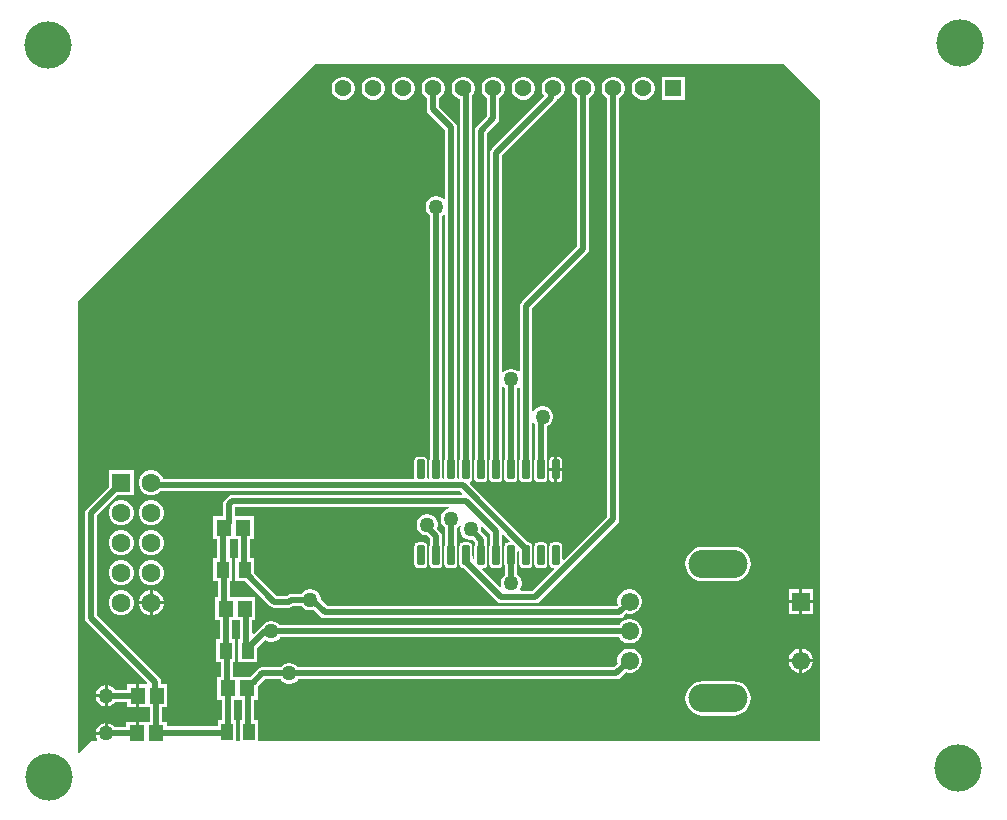
<source format=gtl>
G04*
G04 #@! TF.GenerationSoftware,Altium Limited,Altium Designer,23.3.1 (30)*
G04*
G04 Layer_Physical_Order=1*
G04 Layer_Color=255*
%FSLAX44Y44*%
%MOMM*%
G71*
G04*
G04 #@! TF.SameCoordinates,9D1C814F-3D62-4E25-A1EC-C7D894C9282A*
G04*
G04*
G04 #@! TF.FilePolarity,Positive*
G04*
G01*
G75*
%ADD17R,1.3046X1.4562*%
G04:AMPARAMS|DCode=19|XSize=2.4mm|YSize=5mm|CornerRadius=1.2mm|HoleSize=0mm|Usage=FLASHONLY|Rotation=270.000|XOffset=0mm|YOffset=0mm|HoleType=Round|Shape=RoundedRectangle|*
%AMROUNDEDRECTD19*
21,1,2.4000,2.6000,0,0,270.0*
21,1,0.0000,5.0000,0,0,270.0*
1,1,2.4000,-1.3000,0.0000*
1,1,2.4000,-1.3000,0.0000*
1,1,2.4000,1.3000,0.0000*
1,1,2.4000,1.3000,0.0000*
%
%ADD19ROUNDEDRECTD19*%
%ADD20C,1.5500*%
%ADD21R,1.5500X1.5500*%
%ADD28R,1.0500X1.4500*%
G04:AMPARAMS|DCode=29|XSize=0.6mm|YSize=1.65mm|CornerRadius=0.051mm|HoleSize=0mm|Usage=FLASHONLY|Rotation=0.000|XOffset=0mm|YOffset=0mm|HoleType=Round|Shape=RoundedRectangle|*
%AMROUNDEDRECTD29*
21,1,0.6000,1.5480,0,0,0.0*
21,1,0.4980,1.6500,0,0,0.0*
1,1,0.1020,0.2490,-0.7740*
1,1,0.1020,-0.2490,-0.7740*
1,1,0.1020,-0.2490,0.7740*
1,1,0.1020,0.2490,0.7740*
%
%ADD29ROUNDEDRECTD29*%
%ADD30C,0.5080*%
%ADD31C,1.4250*%
%ADD32R,1.4250X1.4250*%
%ADD33R,1.6000X1.6000*%
%ADD34C,1.6000*%
%ADD35C,4.0000*%
%ADD36C,1.2700*%
G36*
X362905Y502207D02*
Y296148D01*
X362722Y295874D01*
X362485Y294684D01*
Y279204D01*
X362440Y279149D01*
X362231D01*
X360984Y280400D01*
Y294684D01*
X360748Y295874D01*
X360672Y295987D01*
Y501933D01*
X361059Y502156D01*
X361635Y502733D01*
X362905Y502207D01*
D02*
G37*
G36*
X680720Y599440D02*
Y57150D01*
X205000D01*
Y74560D01*
X201574D01*
Y91779D01*
X204643D01*
Y103338D01*
X210438Y109133D01*
X223858D01*
X224026Y108841D01*
X225681Y107186D01*
X227709Y106016D01*
X229970Y105410D01*
X232310D01*
X234571Y106016D01*
X236599Y107186D01*
X238254Y108841D01*
X238422Y109133D01*
X508321D01*
X510303Y109527D01*
X511983Y110650D01*
X516466Y115133D01*
X518005Y114720D01*
X520715D01*
X523332Y115421D01*
X525678Y116776D01*
X527594Y118692D01*
X528949Y121038D01*
X529650Y123656D01*
Y126365D01*
X528949Y128982D01*
X527594Y131328D01*
X525678Y133244D01*
X523332Y134599D01*
X520715Y135300D01*
X518005D01*
X515388Y134599D01*
X513042Y133244D01*
X511126Y131328D01*
X509771Y128982D01*
X509070Y126365D01*
Y123656D01*
X509338Y122654D01*
X506176Y119492D01*
X238408D01*
X238254Y119759D01*
X236599Y121414D01*
X234571Y122584D01*
X232310Y123190D01*
X229970D01*
X227709Y122584D01*
X225681Y121414D01*
X224026Y119759D01*
X223872Y119492D01*
X208292D01*
X208292Y119492D01*
X206310Y119097D01*
X204630Y117975D01*
X204630Y117975D01*
X198076Y111421D01*
X183682D01*
Y123560D01*
X185230D01*
Y143140D01*
X182606D01*
Y159089D01*
X189504D01*
Y143140D01*
X188150D01*
Y123560D01*
X203730D01*
Y135815D01*
X210581Y142666D01*
X212469Y141576D01*
X214730Y140970D01*
X217070D01*
X219331Y141576D01*
X221359Y142746D01*
X223014Y144401D01*
X223261Y144830D01*
X510468D01*
X511126Y143692D01*
X513042Y141776D01*
X515388Y140421D01*
X518005Y139720D01*
X520715D01*
X523332Y140421D01*
X525678Y141776D01*
X527594Y143692D01*
X528949Y146038D01*
X529650Y148655D01*
Y151365D01*
X528949Y153982D01*
X527594Y156328D01*
X525678Y158244D01*
X523332Y159599D01*
X520715Y160300D01*
X518005D01*
X515388Y159599D01*
X513042Y158244D01*
X511126Y156328D01*
X510468Y155189D01*
X223088D01*
X223014Y155319D01*
X221359Y156974D01*
X219331Y158144D01*
X217070Y158750D01*
X214730D01*
X212469Y158144D01*
X210441Y156974D01*
X208786Y155319D01*
X208400Y154649D01*
X206938Y153672D01*
X201037Y147772D01*
X199863Y148258D01*
Y159089D01*
X202491D01*
Y178731D01*
X181336D01*
Y192140D01*
X182690D01*
Y211720D01*
X180701D01*
Y227669D01*
X187599D01*
Y211720D01*
X185610D01*
Y192140D01*
X193865D01*
X214658Y171348D01*
X216338Y170225D01*
X218320Y169830D01*
X231100D01*
X233082Y170225D01*
X234763Y171348D01*
X234765Y171350D01*
X241645D01*
X241806Y171071D01*
X243461Y169416D01*
X245489Y168246D01*
X247750Y167640D01*
X250090D01*
X252028Y168159D01*
X257479Y162708D01*
X259160Y161585D01*
X261142Y161190D01*
X510720D01*
X512702Y161585D01*
X514382Y162708D01*
X516735Y165060D01*
X518005Y164720D01*
X520715D01*
X523332Y165421D01*
X525678Y166776D01*
X527594Y168692D01*
X528949Y171038D01*
X529650Y173655D01*
Y176365D01*
X528949Y178982D01*
X527594Y181328D01*
X525678Y183244D01*
X523332Y184599D01*
X520715Y185300D01*
X518005D01*
X515388Y184599D01*
X513042Y183244D01*
X511126Y181328D01*
X509771Y178982D01*
X509070Y176365D01*
Y173655D01*
X509384Y172484D01*
X508573Y171549D01*
X263287D01*
X257810Y177027D01*
Y177700D01*
X257204Y179961D01*
X256034Y181989D01*
X254379Y183644D01*
X252351Y184814D01*
X250090Y185420D01*
X247750D01*
X245489Y184814D01*
X243461Y183644D01*
X241806Y181989D01*
X241645Y181709D01*
X232620D01*
X232620Y181709D01*
X230638Y181315D01*
X228958Y180193D01*
X228958Y180192D01*
X228955Y180190D01*
X220466D01*
X201190Y199465D01*
Y211720D01*
X197958D01*
Y227669D01*
X201221D01*
Y247311D01*
X185305D01*
Y255170D01*
X366591D01*
X366758Y253901D01*
X364869Y253394D01*
X362841Y252224D01*
X361186Y250569D01*
X360016Y248541D01*
X359410Y246280D01*
Y243940D01*
X360016Y241679D01*
X361186Y239651D01*
X362841Y237996D01*
X363013Y237897D01*
Y223810D01*
X362722Y223374D01*
X362485Y222184D01*
Y206704D01*
X362722Y205514D01*
X363396Y204505D01*
X364405Y203831D01*
X365595Y203594D01*
X370575D01*
X371765Y203831D01*
X372774Y204505D01*
X373448Y205514D01*
X373684Y206704D01*
Y222184D01*
X373448Y223374D01*
X373372Y223487D01*
Y237773D01*
X373759Y237996D01*
X375137Y239375D01*
X376275Y238717D01*
X375920Y237390D01*
Y235050D01*
X376526Y232789D01*
X377696Y230761D01*
X379351Y229106D01*
X381379Y227936D01*
X383640Y227330D01*
X385980D01*
X386292Y227413D01*
X388305Y225400D01*
Y223649D01*
X388122Y223374D01*
X387885Y222184D01*
Y212214D01*
X386615Y211535D01*
X386424Y211662D01*
Y213984D01*
X386384Y214184D01*
Y222184D01*
X386148Y223374D01*
X385474Y224383D01*
X384465Y225057D01*
X383275Y225294D01*
X378295D01*
X377105Y225057D01*
X376096Y224383D01*
X375422Y223374D01*
X375185Y222184D01*
Y206704D01*
X375422Y205514D01*
X376096Y204505D01*
X377105Y203831D01*
X378295Y203594D01*
X378874D01*
X407061Y175408D01*
X408741Y174285D01*
X410723Y173890D01*
X439746D01*
X441728Y174285D01*
X443408Y175408D01*
X509123Y241122D01*
X510245Y242802D01*
X510639Y244784D01*
X510639Y244784D01*
Y601430D01*
X511395Y601866D01*
X513194Y603666D01*
X514466Y605869D01*
X515125Y608328D01*
Y610872D01*
X514466Y613330D01*
X513194Y615535D01*
X511395Y617334D01*
X509190Y618606D01*
X506732Y619265D01*
X504188D01*
X501730Y618606D01*
X499525Y617334D01*
X497726Y615535D01*
X496454Y613330D01*
X495795Y610872D01*
Y608328D01*
X496454Y605869D01*
X497726Y603666D01*
X499525Y601866D01*
X500280Y601430D01*
Y246929D01*
X463758Y210407D01*
X462584Y210893D01*
Y222184D01*
X462348Y223374D01*
X461674Y224383D01*
X460665Y225057D01*
X459475Y225294D01*
X454495D01*
X453305Y225057D01*
X452296Y224383D01*
X451622Y223374D01*
X451385Y222184D01*
Y206704D01*
X451622Y205514D01*
X452296Y204505D01*
X453305Y203831D01*
X454495Y203594D01*
X455286D01*
X455772Y202421D01*
X437601Y184249D01*
X427109D01*
X426490Y185520D01*
X427384Y187069D01*
X427990Y189330D01*
Y191670D01*
X427384Y193931D01*
X426214Y195959D01*
X424559Y197614D01*
X424172Y197837D01*
Y205401D01*
X424248Y205514D01*
X424484Y206704D01*
Y216956D01*
X425754Y217635D01*
X425945Y217508D01*
Y214904D01*
X425945Y214902D01*
X425945Y214901D01*
X425985Y214700D01*
Y206704D01*
X426222Y205514D01*
X426896Y204505D01*
X427905Y203831D01*
X429095Y203594D01*
X434075D01*
X435265Y203831D01*
X436273Y204505D01*
X436948Y205514D01*
X437184Y206704D01*
Y222184D01*
X436948Y223374D01*
X436273Y224383D01*
X435265Y225057D01*
X434075Y225294D01*
X433777D01*
X384106Y274965D01*
X384463Y276322D01*
X384508Y276360D01*
X385474Y277005D01*
X386148Y278014D01*
X386384Y279204D01*
Y294684D01*
X386148Y295874D01*
X385964Y296148D01*
Y603436D01*
X386194Y603666D01*
X387466Y605869D01*
X388125Y608328D01*
Y610872D01*
X387466Y613330D01*
X386194Y615535D01*
X384394Y617334D01*
X382191Y618606D01*
X379732Y619265D01*
X377188D01*
X374729Y618606D01*
X372525Y617334D01*
X370726Y615535D01*
X369454Y613330D01*
X368795Y610872D01*
Y608328D01*
X369454Y605869D01*
X370726Y603666D01*
X372525Y601866D01*
X374729Y600594D01*
X375605Y600359D01*
Y296148D01*
X375422Y295874D01*
X375185Y294684D01*
Y279204D01*
X375140Y279149D01*
X374931D01*
X373684Y280400D01*
Y294684D01*
X373448Y295874D01*
X373264Y296148D01*
Y576795D01*
X373264Y576795D01*
X372870Y578778D01*
X371747Y580458D01*
X358240Y593965D01*
Y601430D01*
X358994Y601866D01*
X360794Y603666D01*
X362066Y605869D01*
X362725Y608328D01*
Y610872D01*
X362066Y613330D01*
X360794Y615535D01*
X358994Y617334D01*
X356791Y618606D01*
X354332Y619265D01*
X351788D01*
X349329Y618606D01*
X347126Y617334D01*
X345326Y615535D01*
X344054Y613330D01*
X343395Y610872D01*
Y608328D01*
X344054Y605869D01*
X345326Y603666D01*
X347126Y601866D01*
X347881Y601430D01*
Y591820D01*
X348275Y589838D01*
X349398Y588158D01*
X362905Y574650D01*
Y516333D01*
X361635Y515807D01*
X361059Y516384D01*
X359031Y517554D01*
X356770Y518160D01*
X354430D01*
X352169Y517554D01*
X350141Y516384D01*
X348486Y514729D01*
X347316Y512701D01*
X346710Y510440D01*
Y508100D01*
X347316Y505839D01*
X348486Y503811D01*
X350141Y502156D01*
X350313Y502057D01*
Y296310D01*
X350022Y295874D01*
X349785Y294684D01*
Y279204D01*
X349740Y279149D01*
X349532D01*
X348284Y280400D01*
Y294684D01*
X348048Y295874D01*
X347374Y296883D01*
X346365Y297557D01*
X345175Y297794D01*
X340195D01*
X339005Y297557D01*
X337996Y296883D01*
X337322Y295874D01*
X337085Y294684D01*
Y279204D01*
X336748Y278793D01*
X124353D01*
X124122Y279658D01*
X122734Y282062D01*
X120772Y284024D01*
X118368Y285412D01*
X115688Y286130D01*
X112912D01*
X110232Y285412D01*
X107828Y284024D01*
X105866Y282062D01*
X104478Y279658D01*
X103760Y276978D01*
Y274202D01*
X104478Y271522D01*
X105866Y269118D01*
X107828Y267156D01*
X110232Y265768D01*
X112912Y265050D01*
X115688D01*
X118368Y265768D01*
X120772Y267156D01*
X122050Y268434D01*
X375987D01*
X377718Y266703D01*
X377232Y265529D01*
X183101D01*
X181119Y265135D01*
X179438Y264013D01*
X176463Y261037D01*
X175340Y259356D01*
X174946Y257374D01*
Y247311D01*
X167079D01*
Y227669D01*
X170342D01*
Y211720D01*
X167110D01*
Y192140D01*
X170977D01*
Y178731D01*
X168349D01*
Y159089D01*
X172247D01*
Y143140D01*
X169650D01*
Y123560D01*
X173323D01*
Y111421D01*
X170501D01*
Y91779D01*
X173958D01*
Y74560D01*
X170920D01*
Y69314D01*
X127561D01*
Y73321D01*
X123871D01*
Y85429D01*
X127949D01*
Y105071D01*
X122794D01*
Y107175D01*
X122400Y109157D01*
X121277Y110838D01*
X68679Y163435D01*
Y248045D01*
X85685Y265050D01*
X99440D01*
Y286130D01*
X78360D01*
Y272375D01*
X59837Y253853D01*
X58715Y252172D01*
X58320Y250190D01*
Y161290D01*
X58715Y159308D01*
X59837Y157627D01*
X111221Y106244D01*
X110735Y105071D01*
X104140D01*
Y95250D01*
Y85429D01*
X113512D01*
Y73321D01*
X103752D01*
Y63500D01*
X101212D01*
Y73321D01*
X93419D01*
Y68679D01*
X83475D01*
X83314Y68959D01*
X81659Y70614D01*
X79631Y71784D01*
X77470Y72363D01*
Y63500D01*
X76200D01*
Y62230D01*
X67337D01*
X67916Y60069D01*
X68868Y58420D01*
X68320Y57150D01*
X63500D01*
X53243Y46893D01*
X52070Y47379D01*
Y429260D01*
X252730Y629920D01*
X650240D01*
X680720Y599440D01*
D02*
G37*
G36*
X401005Y232640D02*
Y223649D01*
X400822Y223374D01*
X400585Y222184D01*
Y206704D01*
X400822Y205514D01*
X401496Y204505D01*
X402505Y203831D01*
X403695Y203594D01*
X408675D01*
X409865Y203831D01*
X410873Y204505D01*
X411548Y205514D01*
X411784Y206704D01*
Y222184D01*
X411548Y223374D01*
X411364Y223649D01*
Y231398D01*
X412537Y231884D01*
X417954Y226467D01*
X417468Y225294D01*
X416395D01*
X415205Y225057D01*
X414196Y224383D01*
X413522Y223374D01*
X413285Y222184D01*
Y206704D01*
X413522Y205514D01*
X413813Y205078D01*
Y197713D01*
X413641Y197614D01*
X411986Y195959D01*
X410816Y193931D01*
X410210Y191670D01*
Y189330D01*
X410439Y188475D01*
X409300Y187818D01*
X394697Y202421D01*
X395183Y203594D01*
X395975D01*
X397165Y203831D01*
X398173Y204505D01*
X398848Y205514D01*
X399084Y206704D01*
Y222184D01*
X398848Y223374D01*
X398664Y223649D01*
Y227545D01*
X398270Y229527D01*
X397147Y231208D01*
X393617Y234738D01*
X393700Y235050D01*
Y237390D01*
X393422Y238427D01*
X394561Y239085D01*
X401005Y232640D01*
D02*
G37*
G36*
X191215Y74560D02*
X189420D01*
Y57150D01*
X186500D01*
Y74560D01*
X184317D01*
Y91779D01*
X191215D01*
Y74560D01*
D02*
G37*
%LPC*%
G36*
X565925Y619265D02*
X546595D01*
Y599935D01*
X565925D01*
Y619265D01*
D02*
G37*
G36*
X532132D02*
X529588D01*
X527130Y618606D01*
X524925Y617334D01*
X523126Y615535D01*
X521854Y613330D01*
X521195Y610872D01*
Y608328D01*
X521854Y605869D01*
X523126Y603666D01*
X524925Y601866D01*
X527130Y600594D01*
X529588Y599935D01*
X532132D01*
X534590Y600594D01*
X536795Y601866D01*
X538594Y603666D01*
X539866Y605869D01*
X540525Y608328D01*
Y610872D01*
X539866Y613330D01*
X538594Y615535D01*
X536795Y617334D01*
X534590Y618606D01*
X532132Y619265D01*
D02*
G37*
G36*
X430532D02*
X427988D01*
X425530Y618606D01*
X423326Y617334D01*
X421526Y615535D01*
X420254Y613330D01*
X419595Y610872D01*
Y608328D01*
X420254Y605869D01*
X421526Y603666D01*
X423326Y601866D01*
X425530Y600594D01*
X427988Y599935D01*
X430532D01*
X432990Y600594D01*
X435195Y601866D01*
X436994Y603666D01*
X438266Y605869D01*
X438925Y608328D01*
Y610872D01*
X438266Y613330D01*
X436994Y615535D01*
X435195Y617334D01*
X432990Y618606D01*
X430532Y619265D01*
D02*
G37*
G36*
X328932D02*
X326388D01*
X323929Y618606D01*
X321726Y617334D01*
X319926Y615535D01*
X318654Y613330D01*
X317995Y610872D01*
Y608328D01*
X318654Y605869D01*
X319926Y603666D01*
X321726Y601866D01*
X323929Y600594D01*
X326388Y599935D01*
X328932D01*
X331390Y600594D01*
X333595Y601866D01*
X335394Y603666D01*
X336666Y605869D01*
X337325Y608328D01*
Y610872D01*
X336666Y613330D01*
X335394Y615535D01*
X333595Y617334D01*
X331390Y618606D01*
X328932Y619265D01*
D02*
G37*
G36*
X303532D02*
X300988D01*
X298529Y618606D01*
X296325Y617334D01*
X294526Y615535D01*
X293254Y613330D01*
X292595Y610872D01*
Y608328D01*
X293254Y605869D01*
X294526Y603666D01*
X296325Y601866D01*
X298529Y600594D01*
X300988Y599935D01*
X303532D01*
X305991Y600594D01*
X308195Y601866D01*
X309994Y603666D01*
X311266Y605869D01*
X311925Y608328D01*
Y610872D01*
X311266Y613330D01*
X309994Y615535D01*
X308195Y617334D01*
X305991Y618606D01*
X303532Y619265D01*
D02*
G37*
G36*
X278132D02*
X275588D01*
X273130Y618606D01*
X270926Y617334D01*
X269126Y615535D01*
X267854Y613330D01*
X267195Y610872D01*
Y608328D01*
X267854Y605869D01*
X269126Y603666D01*
X270926Y601866D01*
X273130Y600594D01*
X275588Y599935D01*
X278132D01*
X280590Y600594D01*
X282794Y601866D01*
X284594Y603666D01*
X285866Y605869D01*
X286525Y608328D01*
Y610872D01*
X285866Y613330D01*
X284594Y615535D01*
X282794Y617334D01*
X280590Y618606D01*
X278132Y619265D01*
D02*
G37*
G36*
X481332D02*
X478788D01*
X476329Y618606D01*
X474126Y617334D01*
X472326Y615535D01*
X471054Y613330D01*
X470395Y610872D01*
Y608328D01*
X471054Y605869D01*
X472326Y603666D01*
X474126Y601866D01*
X474880Y601430D01*
Y476039D01*
X427922Y429081D01*
X426799Y427401D01*
X426405Y425419D01*
Y370283D01*
X425135Y369757D01*
X424559Y370334D01*
X422531Y371504D01*
X420270Y372110D01*
X417930D01*
X415669Y371504D01*
X413641Y370334D01*
X412634Y369327D01*
X411364Y369852D01*
Y552629D01*
X456568Y597833D01*
X457691Y599513D01*
X457878Y600456D01*
X458391Y600594D01*
X460594Y601866D01*
X462394Y603666D01*
X463666Y605869D01*
X464325Y608328D01*
Y610872D01*
X463666Y613330D01*
X462394Y615535D01*
X460594Y617334D01*
X458391Y618606D01*
X455932Y619265D01*
X453388D01*
X450929Y618606D01*
X448726Y617334D01*
X446926Y615535D01*
X445654Y613330D01*
X444995Y610872D01*
Y608328D01*
X445654Y605869D01*
X446926Y603666D01*
X447338Y603253D01*
X402522Y558437D01*
X401399Y556757D01*
X401005Y554775D01*
Y296148D01*
X400822Y295874D01*
X400585Y294684D01*
Y279204D01*
X400822Y278014D01*
X401496Y277005D01*
X402505Y276331D01*
X403695Y276094D01*
X408675D01*
X409865Y276331D01*
X410873Y277005D01*
X411548Y278014D01*
X411784Y279204D01*
Y294684D01*
X411548Y295874D01*
X411364Y296148D01*
Y356587D01*
X412634Y357113D01*
X413641Y356106D01*
X413813Y356007D01*
Y296310D01*
X413522Y295874D01*
X413285Y294684D01*
Y279204D01*
X413522Y278014D01*
X414196Y277005D01*
X415205Y276331D01*
X416395Y276094D01*
X421375D01*
X422565Y276331D01*
X423573Y277005D01*
X424248Y278014D01*
X424484Y279204D01*
Y294684D01*
X424248Y295874D01*
X424172Y295987D01*
Y355883D01*
X424559Y356106D01*
X425135Y356683D01*
X426405Y356157D01*
Y296148D01*
X426222Y295874D01*
X425985Y294684D01*
Y279204D01*
X426222Y278014D01*
X426896Y277005D01*
X427905Y276331D01*
X429095Y276094D01*
X434075D01*
X435265Y276331D01*
X436273Y277005D01*
X436948Y278014D01*
X437184Y279204D01*
Y294684D01*
X436948Y295874D01*
X436764Y296148D01*
Y326749D01*
X438034Y327089D01*
X438656Y326011D01*
X439105Y325563D01*
Y296148D01*
X438922Y295874D01*
X438685Y294684D01*
Y279204D01*
X438922Y278014D01*
X439596Y277005D01*
X440605Y276331D01*
X441795Y276094D01*
X446775D01*
X447965Y276331D01*
X448974Y277005D01*
X449648Y278014D01*
X449884Y279204D01*
Y294684D01*
X449648Y295874D01*
X449464Y296148D01*
Y323338D01*
X451229Y324356D01*
X452884Y326011D01*
X454054Y328039D01*
X454660Y330300D01*
Y332640D01*
X454054Y334901D01*
X452884Y336929D01*
X451229Y338584D01*
X449201Y339754D01*
X446940Y340360D01*
X444600D01*
X442339Y339754D01*
X440311Y338584D01*
X438656Y336929D01*
X438034Y335851D01*
X436764Y336191D01*
Y423273D01*
X483722Y470231D01*
X484845Y471912D01*
X485239Y473894D01*
Y601430D01*
X485994Y601866D01*
X487794Y603666D01*
X489066Y605869D01*
X489725Y608328D01*
Y610872D01*
X489066Y613330D01*
X487794Y615535D01*
X485994Y617334D01*
X483791Y618606D01*
X481332Y619265D01*
D02*
G37*
G36*
X459475Y297794D02*
X458255D01*
Y288214D01*
X462584D01*
Y294684D01*
X462348Y295874D01*
X461674Y296883D01*
X460665Y297557D01*
X459475Y297794D01*
D02*
G37*
G36*
X455715D02*
X454495D01*
X453305Y297557D01*
X452296Y296883D01*
X451622Y295874D01*
X451385Y294684D01*
Y288214D01*
X455715D01*
Y297794D01*
D02*
G37*
G36*
X462584Y285674D02*
X458255D01*
Y276094D01*
X459475D01*
X460665Y276331D01*
X461674Y277005D01*
X462348Y278014D01*
X462584Y279204D01*
Y285674D01*
D02*
G37*
G36*
X455715D02*
X451385D01*
Y279204D01*
X451622Y278014D01*
X452296Y277005D01*
X453305Y276331D01*
X454495Y276094D01*
X455715D01*
Y285674D01*
D02*
G37*
G36*
X405132Y619265D02*
X402588D01*
X400130Y618606D01*
X397925Y617334D01*
X396126Y615535D01*
X394854Y613330D01*
X394195Y610872D01*
Y608328D01*
X394854Y605869D01*
X396126Y603666D01*
X397925Y601866D01*
X398680Y601430D01*
Y586345D01*
X389822Y577487D01*
X388699Y575807D01*
X388305Y573825D01*
Y296148D01*
X388122Y295874D01*
X387885Y294684D01*
Y279204D01*
X388122Y278014D01*
X388796Y277005D01*
X389805Y276331D01*
X390995Y276094D01*
X395975D01*
X397165Y276331D01*
X398173Y277005D01*
X398848Y278014D01*
X399084Y279204D01*
Y294684D01*
X398848Y295874D01*
X398664Y296148D01*
Y571679D01*
X407523Y580537D01*
X408645Y582218D01*
X409039Y584200D01*
Y601430D01*
X409795Y601866D01*
X411594Y603666D01*
X412866Y605869D01*
X413525Y608328D01*
Y610872D01*
X412866Y613330D01*
X411594Y615535D01*
X409795Y617334D01*
X407590Y618606D01*
X405132Y619265D01*
D02*
G37*
G36*
X115688Y260730D02*
X112912D01*
X110232Y260012D01*
X107828Y258624D01*
X105866Y256662D01*
X104478Y254258D01*
X103760Y251578D01*
Y248802D01*
X104478Y246122D01*
X105866Y243718D01*
X107828Y241756D01*
X110232Y240368D01*
X112912Y239650D01*
X115688D01*
X118368Y240368D01*
X120772Y241756D01*
X122734Y243718D01*
X124122Y246122D01*
X124840Y248802D01*
Y251578D01*
X124122Y254258D01*
X122734Y256662D01*
X120772Y258624D01*
X118368Y260012D01*
X115688Y260730D01*
D02*
G37*
G36*
X90288D02*
X87512D01*
X84832Y260012D01*
X82428Y258624D01*
X80466Y256662D01*
X79078Y254258D01*
X78360Y251578D01*
Y248802D01*
X79078Y246122D01*
X80466Y243718D01*
X82428Y241756D01*
X84832Y240368D01*
X87512Y239650D01*
X90288D01*
X92968Y240368D01*
X95372Y241756D01*
X97334Y243718D01*
X98722Y246122D01*
X99440Y248802D01*
Y251578D01*
X98722Y254258D01*
X97334Y256662D01*
X95372Y258624D01*
X92968Y260012D01*
X90288Y260730D01*
D02*
G37*
G36*
X115688Y235330D02*
X112912D01*
X110232Y234612D01*
X107828Y233224D01*
X105866Y231262D01*
X104478Y228858D01*
X103760Y226178D01*
Y223402D01*
X104478Y220722D01*
X105866Y218318D01*
X107828Y216356D01*
X110232Y214968D01*
X112912Y214250D01*
X115688D01*
X118368Y214968D01*
X120772Y216356D01*
X122734Y218318D01*
X124122Y220722D01*
X124840Y223402D01*
Y226178D01*
X124122Y228858D01*
X122734Y231262D01*
X120772Y233224D01*
X118368Y234612D01*
X115688Y235330D01*
D02*
G37*
G36*
X90288D02*
X87512D01*
X84832Y234612D01*
X82428Y233224D01*
X80466Y231262D01*
X79078Y228858D01*
X78360Y226178D01*
Y223402D01*
X79078Y220722D01*
X80466Y218318D01*
X82428Y216356D01*
X84832Y214968D01*
X87512Y214250D01*
X90288D01*
X92968Y214968D01*
X95372Y216356D01*
X97334Y218318D01*
X98722Y220722D01*
X99440Y223402D01*
Y226178D01*
X98722Y228858D01*
X97334Y231262D01*
X95372Y233224D01*
X92968Y234612D01*
X90288Y235330D01*
D02*
G37*
G36*
X446775Y225294D02*
X441795D01*
X440605Y225057D01*
X439596Y224383D01*
X438922Y223374D01*
X438685Y222184D01*
Y206704D01*
X438922Y205514D01*
X439596Y204505D01*
X440605Y203831D01*
X441795Y203594D01*
X446775D01*
X447965Y203831D01*
X448974Y204505D01*
X449648Y205514D01*
X449884Y206704D01*
Y222184D01*
X449648Y223374D01*
X448974Y224383D01*
X447965Y225057D01*
X446775Y225294D01*
D02*
G37*
G36*
X349150Y248920D02*
X346810D01*
X344549Y248314D01*
X342521Y247144D01*
X340866Y245489D01*
X339696Y243461D01*
X339090Y241200D01*
Y238860D01*
X339696Y236599D01*
X340866Y234571D01*
X342521Y232916D01*
X344549Y231746D01*
X346810Y231140D01*
X347483D01*
X350205Y228418D01*
Y223649D01*
X350022Y223374D01*
X349785Y222184D01*
Y206704D01*
X350022Y205514D01*
X350696Y204505D01*
X351705Y203831D01*
X352895Y203594D01*
X357875D01*
X359065Y203831D01*
X360074Y204505D01*
X360748Y205514D01*
X360984Y206704D01*
Y222184D01*
X360748Y223374D01*
X360564Y223649D01*
Y230563D01*
X360564Y230563D01*
X360170Y232546D01*
X359047Y234226D01*
X359047Y234226D01*
X356351Y236922D01*
X356870Y238860D01*
Y241200D01*
X356264Y243461D01*
X355094Y245489D01*
X353439Y247144D01*
X351411Y248314D01*
X349150Y248920D01*
D02*
G37*
G36*
X345175Y225294D02*
X340195D01*
X339005Y225057D01*
X337996Y224383D01*
X337322Y223374D01*
X337085Y222184D01*
Y206704D01*
X337322Y205514D01*
X337996Y204505D01*
X339005Y203831D01*
X340195Y203594D01*
X345175D01*
X346365Y203831D01*
X347374Y204505D01*
X348048Y205514D01*
X348284Y206704D01*
Y222184D01*
X348048Y223374D01*
X347374Y224383D01*
X346365Y225057D01*
X345175Y225294D01*
D02*
G37*
G36*
X607360Y221675D02*
X581360D01*
X577564Y221176D01*
X574027Y219711D01*
X570990Y217380D01*
X568659Y214343D01*
X567194Y210806D01*
X566694Y207010D01*
X567194Y203214D01*
X568659Y199677D01*
X570990Y196640D01*
X574027Y194309D01*
X577564Y192844D01*
X581360Y192344D01*
X607360D01*
X611156Y192844D01*
X614693Y194309D01*
X617730Y196640D01*
X620061Y199677D01*
X621526Y203214D01*
X622025Y207010D01*
X621526Y210806D01*
X620061Y214343D01*
X617730Y217380D01*
X614693Y219711D01*
X611156Y221176D01*
X607360Y221675D01*
D02*
G37*
G36*
X115688Y209930D02*
X112912D01*
X110232Y209212D01*
X107828Y207824D01*
X105866Y205862D01*
X104478Y203458D01*
X103760Y200778D01*
Y198002D01*
X104478Y195322D01*
X105866Y192918D01*
X107828Y190956D01*
X110232Y189568D01*
X112912Y188850D01*
X115688D01*
X118368Y189568D01*
X120772Y190956D01*
X122734Y192918D01*
X124122Y195322D01*
X124840Y198002D01*
Y200778D01*
X124122Y203458D01*
X122734Y205862D01*
X120772Y207824D01*
X118368Y209212D01*
X115688Y209930D01*
D02*
G37*
G36*
X90288D02*
X87512D01*
X84832Y209212D01*
X82428Y207824D01*
X80466Y205862D01*
X79078Y203458D01*
X78360Y200778D01*
Y198002D01*
X79078Y195322D01*
X80466Y192918D01*
X82428Y190956D01*
X84832Y189568D01*
X87512Y188850D01*
X90288D01*
X92968Y189568D01*
X95372Y190956D01*
X97334Y192918D01*
X98722Y195322D01*
X99440Y198002D01*
Y200778D01*
X98722Y203458D01*
X97334Y205862D01*
X95372Y207824D01*
X92968Y209212D01*
X90288Y209930D01*
D02*
G37*
G36*
X674650Y185300D02*
X665630D01*
Y176280D01*
X674650D01*
Y185300D01*
D02*
G37*
G36*
X663090D02*
X654070D01*
Y176280D01*
X663090D01*
Y185300D01*
D02*
G37*
G36*
X115688Y184530D02*
X115570D01*
Y175260D01*
X124840D01*
Y175378D01*
X124122Y178058D01*
X122734Y180462D01*
X120772Y182424D01*
X118368Y183812D01*
X115688Y184530D01*
D02*
G37*
G36*
X113030D02*
X112912D01*
X110232Y183812D01*
X107828Y182424D01*
X105866Y180462D01*
X104478Y178058D01*
X103760Y175378D01*
Y175260D01*
X113030D01*
Y184530D01*
D02*
G37*
G36*
X674650Y173740D02*
X665630D01*
Y164720D01*
X674650D01*
Y173740D01*
D02*
G37*
G36*
X663090D02*
X654070D01*
Y164720D01*
X663090D01*
Y173740D01*
D02*
G37*
G36*
X124840Y172720D02*
X115570D01*
Y163450D01*
X115688D01*
X118368Y164168D01*
X120772Y165556D01*
X122734Y167518D01*
X124122Y169922D01*
X124840Y172602D01*
Y172720D01*
D02*
G37*
G36*
X113030D02*
X103760D01*
Y172602D01*
X104478Y169922D01*
X105866Y167518D01*
X107828Y165556D01*
X110232Y164168D01*
X112912Y163450D01*
X113030D01*
Y172720D01*
D02*
G37*
G36*
X90288Y184530D02*
X87512D01*
X84832Y183812D01*
X82428Y182424D01*
X80466Y180462D01*
X79078Y178058D01*
X78360Y175378D01*
Y172602D01*
X79078Y169922D01*
X80466Y167518D01*
X82428Y165556D01*
X84832Y164168D01*
X87512Y163450D01*
X90288D01*
X92968Y164168D01*
X95372Y165556D01*
X97334Y167518D01*
X98722Y169922D01*
X99440Y172602D01*
Y175378D01*
X98722Y178058D01*
X97334Y180462D01*
X95372Y182424D01*
X92968Y183812D01*
X90288Y184530D01*
D02*
G37*
G36*
X665715Y135300D02*
X665630D01*
Y126280D01*
X674650D01*
Y126365D01*
X673949Y128982D01*
X672594Y131328D01*
X670678Y133244D01*
X668332Y134599D01*
X665715Y135300D01*
D02*
G37*
G36*
X663090D02*
X663005D01*
X660388Y134599D01*
X658042Y133244D01*
X656126Y131328D01*
X654771Y128982D01*
X654070Y126365D01*
Y126280D01*
X663090D01*
Y135300D01*
D02*
G37*
G36*
X674650Y123740D02*
X665630D01*
Y114720D01*
X665715D01*
X668332Y115421D01*
X670678Y116776D01*
X672594Y118692D01*
X673949Y121038D01*
X674650Y123656D01*
Y123740D01*
D02*
G37*
G36*
X663090D02*
X654070D01*
Y123656D01*
X654771Y121038D01*
X656126Y118692D01*
X658042Y116776D01*
X660388Y115421D01*
X663005Y114720D01*
X663090D01*
Y123740D01*
D02*
G37*
G36*
X101600Y105071D02*
X93807D01*
Y100429D01*
X83475D01*
X83314Y100709D01*
X81659Y102364D01*
X79631Y103534D01*
X77470Y104113D01*
Y95250D01*
Y86387D01*
X79631Y86966D01*
X81659Y88136D01*
X83314Y89791D01*
X83475Y90070D01*
X93807D01*
Y85429D01*
X101600D01*
Y95250D01*
Y105071D01*
D02*
G37*
G36*
X74930Y104113D02*
X72769Y103534D01*
X70741Y102364D01*
X69086Y100709D01*
X67916Y98681D01*
X67337Y96520D01*
X74930D01*
Y104113D01*
D02*
G37*
G36*
Y93980D02*
X67337D01*
X67916Y91819D01*
X69086Y89791D01*
X70741Y88136D01*
X72769Y86966D01*
X74930Y86387D01*
Y93980D01*
D02*
G37*
G36*
X607360Y107676D02*
X581360D01*
X577564Y107176D01*
X574027Y105711D01*
X570990Y103380D01*
X568659Y100343D01*
X567194Y96806D01*
X566694Y93010D01*
X567194Y89214D01*
X568659Y85677D01*
X570990Y82640D01*
X574027Y80309D01*
X577564Y78844D01*
X581360Y78345D01*
X607360D01*
X611156Y78844D01*
X614693Y80309D01*
X617730Y82640D01*
X620061Y85677D01*
X621526Y89214D01*
X622025Y93010D01*
X621526Y96806D01*
X620061Y100343D01*
X617730Y103380D01*
X614693Y105711D01*
X611156Y107176D01*
X607360Y107676D01*
D02*
G37*
G36*
X74930Y72363D02*
X72769Y71784D01*
X70741Y70614D01*
X69086Y68959D01*
X67916Y66931D01*
X67337Y64770D01*
X74930D01*
Y72363D01*
D02*
G37*
%LPD*%
D17*
X179564Y101600D02*
D03*
X195580D02*
D03*
X177412Y168910D02*
D03*
X193428D02*
D03*
X176142Y237490D02*
D03*
X192158D02*
D03*
X102870Y95250D02*
D03*
X118886D02*
D03*
X118498Y63500D02*
D03*
X102482D02*
D03*
D19*
X594360Y93010D02*
D03*
Y207010D02*
D03*
D20*
X519360Y125010D02*
D03*
Y150010D02*
D03*
Y175010D02*
D03*
X664360Y125010D02*
D03*
D21*
Y175010D02*
D03*
D28*
X197210Y64770D02*
D03*
X178710D02*
D03*
X195940Y133350D02*
D03*
X177440D02*
D03*
X193400Y201930D02*
D03*
X174900D02*
D03*
D29*
X456985Y286944D02*
D03*
X444285D02*
D03*
X431585D02*
D03*
X418885D02*
D03*
X406185D02*
D03*
X393485D02*
D03*
X380785D02*
D03*
X368085D02*
D03*
X355385D02*
D03*
X342685D02*
D03*
X456985Y214444D02*
D03*
X444285D02*
D03*
X431585D02*
D03*
X418885D02*
D03*
X406185D02*
D03*
X393485D02*
D03*
X380785D02*
D03*
X368085D02*
D03*
X355385D02*
D03*
X342685D02*
D03*
D30*
X245400Y176530D02*
X246920Y175010D01*
X232620Y176530D02*
X245400D01*
X218320Y175010D02*
X231100D01*
X232620Y176530D01*
X246920Y175010D02*
X248920D01*
X248982Y175072D01*
X76200Y95250D02*
X102870D01*
X76200Y63500D02*
X102482D01*
X444285Y327923D02*
X445770Y329408D01*
Y331470D01*
X444285Y286944D02*
Y327923D01*
X355385Y286944D02*
X355492Y287052D01*
Y509162D02*
X355600Y509270D01*
X355492Y287052D02*
Y509162D01*
X384810Y236220D02*
X393485Y227545D01*
Y214444D02*
Y227545D01*
X505460Y244784D02*
Y609600D01*
X439746Y179070D02*
X505460Y244784D01*
X418992Y287052D02*
Y363112D01*
X419100Y363220D01*
X418885Y286944D02*
X418992Y287052D01*
X406185Y286944D02*
Y554775D01*
X452905Y601495D01*
X393485Y286944D02*
Y573825D01*
X403860Y584200D01*
X378460Y607119D02*
X380785Y604794D01*
Y286944D02*
Y604794D01*
X378460Y607119D02*
Y609600D01*
X261142Y166370D02*
X510720D01*
X519360Y175010D01*
X252440Y175072D02*
X261142Y166370D01*
X381245Y208549D02*
X410723Y179070D01*
X439746D01*
X380785Y214444D02*
X381245Y213984D01*
Y208549D02*
Y213984D01*
X248982Y175072D02*
X252440D01*
X215900Y150010D02*
X519360D01*
X480060Y473894D02*
Y609600D01*
X431585Y425419D02*
X480060Y473894D01*
X431585Y286944D02*
Y425419D01*
X452905Y607845D02*
X454660Y609600D01*
X452905Y601495D02*
Y607845D01*
X368085Y286944D02*
Y576795D01*
X353060Y591820D02*
X368085Y576795D01*
X347980Y237968D02*
X355385Y230563D01*
Y214444D02*
Y230563D01*
X347980Y237968D02*
Y240030D01*
X368192Y214552D02*
Y245002D01*
X368085Y214444D02*
X368192Y214552D01*
Y245002D02*
X368300Y245110D01*
X353060Y591820D02*
Y609600D01*
X403860Y584200D02*
Y609498D01*
X378132Y273614D02*
X431124Y220622D01*
X406185Y214444D02*
Y234786D01*
X116276Y273614D02*
X378132D01*
X183101Y260350D02*
X380620D01*
X180125Y257374D02*
X183101Y260350D01*
X175521Y236869D02*
X180125Y241473D01*
X380620Y260350D02*
X406185Y234786D01*
X180125Y241473D02*
Y257374D01*
X431124Y214904D02*
Y220622D01*
Y214904D02*
X431585Y214444D01*
X208292Y114312D02*
X508321D01*
X114300Y275590D02*
X116276Y273614D01*
X418992Y190608D02*
Y214336D01*
Y190608D02*
X419100Y190500D01*
X418885Y214444D02*
X418992Y214336D01*
X63500Y161290D02*
Y250190D01*
Y161290D02*
X117615Y107175D01*
Y96521D02*
X118886Y95250D01*
X117615Y96521D02*
Y107175D01*
X63500Y250190D02*
X88900Y275590D01*
X118692Y95056D02*
X118886Y95250D01*
X192779Y202551D02*
Y236869D01*
Y202551D02*
X193400Y201930D01*
X192158Y237490D02*
X192779Y236869D01*
X195580Y101600D02*
X196395Y100785D01*
Y65585D02*
Y100785D01*
Y65585D02*
X197210Y64770D01*
X194684Y134606D02*
Y167654D01*
Y134606D02*
X195940Y133350D01*
X193428Y168910D02*
X194684Y167654D01*
X177412Y168910D02*
X177426Y168896D01*
Y133364D02*
Y168896D01*
Y133364D02*
X177440Y133350D01*
X178502Y132288D01*
X176156Y170166D02*
X177412Y168910D01*
X193400Y199930D02*
X218320Y175010D01*
X195940Y135350D02*
X210600Y150010D01*
X193400Y199930D02*
Y201930D01*
X195580Y102358D02*
X199563Y106341D01*
X195580Y101600D02*
Y102358D01*
X199563Y106341D02*
X200321D01*
X208292Y114312D01*
X519019Y125010D02*
X519360D01*
X508321Y114312D02*
X519019Y125010D01*
X175521Y202551D02*
Y236869D01*
X174900Y201930D02*
X175521Y202551D01*
X176156Y170166D02*
Y200674D01*
X174900Y201930D02*
X176156Y200674D01*
X178502Y102662D02*
X179564Y101600D01*
X178502Y102662D02*
Y132288D01*
X179137Y65197D02*
Y101173D01*
X179564Y101600D01*
X178710Y64770D02*
X179137Y65197D01*
X118692Y63694D02*
X119133Y64135D01*
X118498Y63500D02*
X118692Y63694D01*
X178075Y64135D02*
X178710Y64770D01*
X119133Y64135D02*
X178075D01*
X118692Y63694D02*
Y95056D01*
D31*
X327660Y609600D02*
D03*
X353060D02*
D03*
X378460D02*
D03*
X302260D02*
D03*
X403860D02*
D03*
X429260D02*
D03*
X480060D02*
D03*
X454660D02*
D03*
X530860D02*
D03*
X505460D02*
D03*
X276860D02*
D03*
D32*
X556260D02*
D03*
D33*
X88900Y275590D02*
D03*
D34*
X114300D02*
D03*
X88900Y250190D02*
D03*
X114300D02*
D03*
X88900Y224790D02*
D03*
X114300D02*
D03*
X88900Y199390D02*
D03*
Y173990D02*
D03*
X114300Y199390D02*
D03*
Y173990D02*
D03*
D35*
X26670Y646430D02*
D03*
X798830Y647700D02*
D03*
X27940Y26670D02*
D03*
X797560Y34290D02*
D03*
D36*
X76200Y95250D02*
D03*
Y63500D02*
D03*
X445770Y331470D02*
D03*
X355600Y509270D02*
D03*
X384810Y236220D02*
D03*
X419100Y363220D02*
D03*
X347980Y240030D02*
D03*
X368300Y245110D02*
D03*
X419100Y190500D02*
D03*
X215900Y149860D02*
D03*
X231140Y114300D02*
D03*
X248920Y176530D02*
D03*
M02*

</source>
